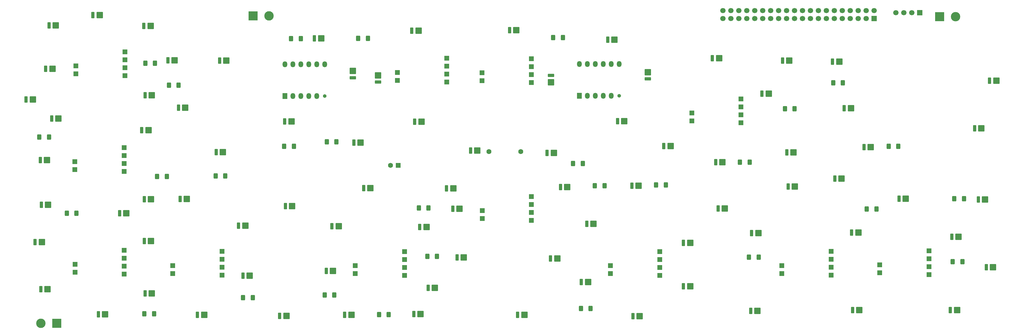
<source format=gbr>
%TF.GenerationSoftware,KiCad,Pcbnew,9.0.2*%
%TF.CreationDate,2025-07-13T15:23:57+02:00*%
%TF.ProjectId,elec,656c6563-2e6b-4696-9361-645f70636258,rev?*%
%TF.SameCoordinates,Original*%
%TF.FileFunction,Soldermask,Top*%
%TF.FilePolarity,Negative*%
%FSLAX46Y46*%
G04 Gerber Fmt 4.6, Leading zero omitted, Abs format (unit mm)*
G04 Created by KiCad (PCBNEW 9.0.2) date 2025-07-13 15:23:57*
%MOMM*%
%LPD*%
G01*
G04 APERTURE LIST*
G04 Aperture macros list*
%AMRoundRect*
0 Rectangle with rounded corners*
0 $1 Rounding radius*
0 $2 $3 $4 $5 $6 $7 $8 $9 X,Y pos of 4 corners*
0 Add a 4 corners polygon primitive as box body*
4,1,4,$2,$3,$4,$5,$6,$7,$8,$9,$2,$3,0*
0 Add four circle primitives for the rounded corners*
1,1,$1+$1,$2,$3*
1,1,$1+$1,$4,$5*
1,1,$1+$1,$6,$7*
1,1,$1+$1,$8,$9*
0 Add four rect primitives between the rounded corners*
20,1,$1+$1,$2,$3,$4,$5,0*
20,1,$1+$1,$4,$5,$6,$7,0*
20,1,$1+$1,$6,$7,$8,$9,0*
20,1,$1+$1,$8,$9,$2,$3,0*%
G04 Aperture macros list end*
%ADD10RoundRect,0.250000X-0.400000X-0.625000X0.400000X-0.625000X0.400000X0.625000X-0.400000X0.625000X0*%
%ADD11RoundRect,0.165000X0.885000X-0.385000X0.885000X0.385000X-0.885000X0.385000X-0.885000X-0.385000X0*%
%ADD12RoundRect,0.315000X0.735000X-0.735000X0.735000X0.735000X-0.735000X0.735000X-0.735000X-0.735000X0*%
%ADD13R,1.500000X1.500000*%
%ADD14RoundRect,0.165000X-0.385000X-0.885000X0.385000X-0.885000X0.385000X0.885000X-0.385000X0.885000X0*%
%ADD15RoundRect,0.315000X-0.735000X-0.735000X0.735000X-0.735000X0.735000X0.735000X-0.735000X0.735000X0*%
%ADD16R,1.501140X1.930400*%
%ADD17O,1.501140X1.930400*%
%ADD18O,1.168400X1.168400*%
%ADD19RoundRect,0.165000X-0.885000X0.385000X-0.885000X-0.385000X0.885000X-0.385000X0.885000X0.385000X0*%
%ADD20RoundRect,0.315000X-0.735000X0.735000X-0.735000X-0.735000X0.735000X-0.735000X0.735000X0.735000X0*%
%ADD21R,3.000000X3.000000*%
%ADD22C,3.000000*%
%ADD23R,1.700000X1.700000*%
%ADD24C,1.700000*%
%ADD25C,1.600000*%
%ADD26RoundRect,0.250000X0.550000X0.550000X-0.550000X0.550000X-0.550000X-0.550000X0.550000X-0.550000X0*%
G04 APERTURE END LIST*
D10*
%TO.C,R29*%
X354075000Y-157550000D03*
X357175000Y-157550000D03*
%TD*%
D11*
%TO.C,D45*%
X170125000Y-120240000D03*
D12*
X170125000Y-118090000D03*
%TD*%
D13*
%TO.C,KR8*%
X286000000Y-125650000D03*
X286000000Y-128190000D03*
X286000000Y-130730000D03*
X286000000Y-133270000D03*
X270300000Y-130150000D03*
X270300000Y-132690000D03*
%TD*%
D11*
%TO.C,D58*%
X256250000Y-119225000D03*
D12*
X256250000Y-117075000D03*
%TD*%
D10*
%TO.C,R15*%
X183150000Y-160500000D03*
X186250000Y-160500000D03*
%TD*%
D13*
%TO.C,KR3*%
X89150000Y-174100000D03*
X89150000Y-176640000D03*
X89150000Y-179180000D03*
X89150000Y-181720000D03*
X73450000Y-178600000D03*
X73450000Y-181140000D03*
%TD*%
D14*
%TO.C,D16*%
X95535000Y-157750000D03*
D15*
X97685000Y-157750000D03*
%TD*%
D14*
%TO.C,D56*%
X251485000Y-195150000D03*
D15*
X253635000Y-195150000D03*
%TD*%
D10*
%TO.C,R14*%
X185875000Y-176025000D03*
X188975000Y-176025000D03*
%TD*%
D13*
%TO.C,KR11*%
X192050000Y-112650000D03*
X192050000Y-115190000D03*
X192050000Y-117730000D03*
X192050000Y-120270000D03*
X176350000Y-117150000D03*
X176350000Y-119690000D03*
%TD*%
%TO.C,KR7*%
X260050000Y-174500000D03*
X260050000Y-177040000D03*
X260050000Y-179580000D03*
X260050000Y-182120000D03*
X244350000Y-179000000D03*
X244350000Y-181540000D03*
%TD*%
D14*
%TO.C,D57*%
X251175000Y-153450000D03*
D15*
X253325000Y-153450000D03*
%TD*%
D10*
%TO.C,R9*%
X127050000Y-189200000D03*
X130150000Y-189200000D03*
%TD*%
%TO.C,R5*%
X95600000Y-194425000D03*
X98700000Y-194425000D03*
%TD*%
D14*
%TO.C,D28*%
X140360000Y-132850000D03*
D15*
X142510000Y-132850000D03*
%TD*%
D14*
%TO.C,D27*%
X140610000Y-159925000D03*
D15*
X142760000Y-159925000D03*
%TD*%
D14*
%TO.C,D53*%
X228400000Y-153850000D03*
D15*
X230550000Y-153850000D03*
%TD*%
D14*
%TO.C,D55*%
X235050000Y-184275000D03*
D15*
X237200000Y-184275000D03*
%TD*%
D14*
%TO.C,D82*%
X360575000Y-135025000D03*
D15*
X362725000Y-135025000D03*
%TD*%
D10*
%TO.C,R13*%
X170475000Y-194675000D03*
X173575000Y-194675000D03*
%TD*%
%TO.C,R23*%
X239350000Y-153450000D03*
X242450000Y-153450000D03*
%TD*%
D14*
%TO.C,D67*%
X301050000Y-153675000D03*
D15*
X303200000Y-153675000D03*
%TD*%
D14*
%TO.C,D32*%
X165575000Y-154200000D03*
D15*
X167725000Y-154200000D03*
%TD*%
D14*
%TO.C,D50*%
X199660000Y-142125000D03*
D15*
X201810000Y-142125000D03*
%TD*%
D14*
%TO.C,D24*%
X125660000Y-166200000D03*
D15*
X127810000Y-166200000D03*
%TD*%
D14*
%TO.C,D13*%
X95810000Y-187875000D03*
D15*
X97960000Y-187875000D03*
%TD*%
D10*
%TO.C,R20*%
X234900000Y-192725000D03*
X238000000Y-192725000D03*
%TD*%
D13*
%TO.C,KR1*%
X89400000Y-110600000D03*
X89400000Y-113140000D03*
X89400000Y-115680000D03*
X89400000Y-118220000D03*
X73700000Y-115100000D03*
X73700000Y-117640000D03*
%TD*%
D10*
%TO.C,R27*%
X326150000Y-160850000D03*
X329250000Y-160850000D03*
%TD*%
D14*
%TO.C,D49*%
X243450000Y-106700000D03*
D15*
X245600000Y-106700000D03*
%TD*%
D14*
%TO.C,D47*%
X212150000Y-103600000D03*
D15*
X214300000Y-103600000D03*
%TD*%
D14*
%TO.C,D21*%
X106460000Y-128425000D03*
D15*
X108610000Y-128425000D03*
%TD*%
D14*
%TO.C,D36*%
X181560000Y-194500000D03*
D15*
X183710000Y-194500000D03*
%TD*%
D14*
%TO.C,D76*%
X321625000Y-193200000D03*
D15*
X323775000Y-193200000D03*
%TD*%
D10*
%TO.C,R12*%
X153125000Y-188425000D03*
X156225000Y-188425000D03*
%TD*%
%TO.C,R4*%
X70825000Y-162200000D03*
X73925000Y-162200000D03*
%TD*%
D14*
%TO.C,D78*%
X353250000Y-169775000D03*
D15*
X355400000Y-169775000D03*
%TD*%
D10*
%TO.C,R30*%
X333125000Y-140775000D03*
X336225000Y-140775000D03*
%TD*%
%TO.C,R16*%
X153775000Y-139375000D03*
X156875000Y-139375000D03*
%TD*%
D14*
%TO.C,D17*%
X94735000Y-135675000D03*
D15*
X96885000Y-135675000D03*
%TD*%
D14*
%TO.C,D20*%
X119585000Y-113400000D03*
D15*
X121735000Y-113400000D03*
%TD*%
D14*
%TO.C,D46*%
X180925000Y-103800000D03*
D15*
X183075000Y-103800000D03*
%TD*%
D13*
%TO.C,KR9*%
X314750000Y-174450000D03*
X314750000Y-176990000D03*
X314750000Y-179530000D03*
X314750000Y-182070000D03*
X299050000Y-178950000D03*
X299050000Y-181490000D03*
%TD*%
D10*
%TO.C,R7*%
X103425000Y-121250000D03*
X106525000Y-121250000D03*
%TD*%
D14*
%TO.C,D54*%
X225200000Y-176675000D03*
D15*
X227350000Y-176675000D03*
%TD*%
D14*
%TO.C,D34*%
X153635000Y-180675000D03*
D15*
X155785000Y-180675000D03*
%TD*%
D14*
%TO.C,D70*%
X276875000Y-112650000D03*
D15*
X279025000Y-112650000D03*
%TD*%
D14*
%TO.C,D7*%
X65985000Y-131900000D03*
D15*
X68135000Y-131900000D03*
%TD*%
D14*
%TO.C,D75*%
X321325000Y-168425000D03*
D15*
X323475000Y-168425000D03*
%TD*%
D10*
%TO.C,R24*%
X288525000Y-176275000D03*
X291625000Y-176275000D03*
%TD*%
D14*
%TO.C,D19*%
X103085000Y-113300000D03*
D15*
X105235000Y-113300000D03*
%TD*%
D14*
%TO.C,D66*%
X289400000Y-168575000D03*
D15*
X291550000Y-168575000D03*
%TD*%
D14*
%TO.C,D68*%
X300600000Y-142775000D03*
D15*
X302750000Y-142775000D03*
%TD*%
D14*
%TO.C,D41*%
X183475000Y-166650000D03*
D15*
X185625000Y-166650000D03*
%TD*%
D14*
%TO.C,D33*%
X155435000Y-166350000D03*
D15*
X157585000Y-166350000D03*
%TD*%
D14*
%TO.C,D59*%
X261350000Y-140700000D03*
D15*
X263500000Y-140700000D03*
%TD*%
D14*
%TO.C,D25*%
X127025000Y-182225000D03*
D15*
X129175000Y-182225000D03*
%TD*%
D13*
%TO.C,KR10*%
X346000000Y-174250000D03*
X346000000Y-176790000D03*
X346000000Y-179330000D03*
X346000000Y-181870000D03*
X330300000Y-178750000D03*
X330300000Y-181290000D03*
%TD*%
D14*
%TO.C,D71*%
X299250000Y-113400000D03*
D15*
X301400000Y-113400000D03*
%TD*%
D14*
%TO.C,D73*%
X318950000Y-128600000D03*
D15*
X321100000Y-128600000D03*
%TD*%
D14*
%TO.C,D63*%
X236750000Y-165600000D03*
D15*
X238900000Y-165600000D03*
%TD*%
D14*
%TO.C,D5*%
X64085000Y-115975000D03*
D15*
X66235000Y-115975000D03*
%TD*%
D14*
%TO.C,D84*%
X325225000Y-141075000D03*
D15*
X327375000Y-141075000D03*
%TD*%
D14*
%TO.C,D9*%
X62710000Y-159550000D03*
D15*
X64860000Y-159550000D03*
%TD*%
D16*
%TO.C,S1*%
X140421400Y-124705000D03*
D17*
X142961400Y-124705000D03*
X145501400Y-124705000D03*
X148041400Y-124705000D03*
X150581400Y-124705000D03*
D18*
X153121400Y-124705000D03*
D17*
X153121400Y-114545000D03*
X150581400Y-114545000D03*
X148041400Y-114545000D03*
X145501400Y-114545000D03*
X142961400Y-114545000D03*
X140423940Y-114545000D03*
%TD*%
D14*
%TO.C,D80*%
X364300000Y-179475000D03*
D15*
X366450000Y-179475000D03*
%TD*%
D14*
%TO.C,D3*%
X79175000Y-98800000D03*
D15*
X81325000Y-98800000D03*
%TD*%
D14*
%TO.C,D43*%
X192025000Y-154300000D03*
D15*
X194175000Y-154300000D03*
%TD*%
D19*
%TO.C,D48*%
X225375000Y-118150000D03*
D20*
X225375000Y-120300000D03*
%TD*%
D10*
%TO.C,R11*%
X142425000Y-106375000D03*
X145525000Y-106375000D03*
%TD*%
D14*
%TO.C,D64*%
X267625000Y-185600000D03*
D15*
X269775000Y-185600000D03*
%TD*%
D14*
%TO.C,D8*%
X62350000Y-145225000D03*
D15*
X64500000Y-145225000D03*
%TD*%
D14*
%TO.C,D23*%
X106960000Y-157650000D03*
D15*
X109110000Y-157650000D03*
%TD*%
D10*
%TO.C,R21*%
X258900000Y-153200000D03*
X262000000Y-153200000D03*
%TD*%
D14*
%TO.C,D6*%
X57835000Y-125825000D03*
D15*
X59985000Y-125825000D03*
%TD*%
D14*
%TO.C,D15*%
X87660000Y-162225000D03*
D15*
X89810000Y-162225000D03*
%TD*%
D14*
%TO.C,D83*%
X365325000Y-119800000D03*
D15*
X367475000Y-119800000D03*
%TD*%
D13*
%TO.C,KR5*%
X178600000Y-174510000D03*
X178600000Y-177050000D03*
X178600000Y-179590000D03*
X178600000Y-182130000D03*
X162900000Y-179010000D03*
X162900000Y-181550000D03*
%TD*%
D14*
%TO.C,D62*%
X267625000Y-171725000D03*
D15*
X269775000Y-171725000D03*
%TD*%
D14*
%TO.C,D40*%
X195350000Y-176375000D03*
D15*
X197500000Y-176375000D03*
%TD*%
D14*
%TO.C,D10*%
X60700000Y-171475000D03*
D15*
X62850000Y-171475000D03*
%TD*%
D11*
%TO.C,D30*%
X162150000Y-118840000D03*
D12*
X162150000Y-116690000D03*
%TD*%
D14*
%TO.C,D44*%
X181875000Y-132925000D03*
D15*
X184025000Y-132925000D03*
%TD*%
D14*
%TO.C,D42*%
X194000000Y-160775000D03*
D15*
X196150000Y-160775000D03*
%TD*%
D14*
%TO.C,D39*%
X214725000Y-194775000D03*
D15*
X216875000Y-194775000D03*
%TD*%
D10*
%TO.C,R26*%
X315425000Y-120450000D03*
X318525000Y-120450000D03*
%TD*%
D13*
%TO.C,KR12*%
X219050000Y-112750000D03*
X219050000Y-115290000D03*
X219050000Y-117830000D03*
X219050000Y-120370000D03*
X203350000Y-117250000D03*
X203350000Y-119790000D03*
%TD*%
D14*
%TO.C,D18*%
X95810000Y-124450000D03*
D15*
X97960000Y-124450000D03*
%TD*%
D14*
%TO.C,D38*%
X186150000Y-186125000D03*
D15*
X188300000Y-186125000D03*
%TD*%
D10*
%TO.C,R22*%
X285650000Y-145900000D03*
X288750000Y-145900000D03*
%TD*%
%TO.C,R6*%
X99650000Y-150450000D03*
X102750000Y-150450000D03*
%TD*%
D14*
%TO.C,D4*%
X95435000Y-102250000D03*
D15*
X97585000Y-102250000D03*
%TD*%
D14*
%TO.C,D12*%
X80900000Y-194550000D03*
D15*
X83050000Y-194550000D03*
%TD*%
D13*
%TO.C,KR2*%
X89100000Y-141250000D03*
X89100000Y-143790000D03*
X89100000Y-146330000D03*
X89100000Y-148870000D03*
X73400000Y-145750000D03*
X73400000Y-148290000D03*
%TD*%
D10*
%TO.C,R25*%
X300000000Y-128800000D03*
X303100000Y-128800000D03*
%TD*%
D14*
%TO.C,D72*%
X315225000Y-113700000D03*
D15*
X317375000Y-113700000D03*
%TD*%
D14*
%TO.C,D60*%
X277925000Y-145900000D03*
D15*
X280075000Y-145900000D03*
%TD*%
D14*
%TO.C,D79*%
X336400000Y-157550000D03*
D15*
X338550000Y-157550000D03*
%TD*%
D10*
%TO.C,R19*%
X232425000Y-146275000D03*
X235525000Y-146275000D03*
%TD*%
%TO.C,R8*%
X118300000Y-150325000D03*
X121400000Y-150325000D03*
%TD*%
D14*
%TO.C,D74*%
X315950000Y-151125000D03*
D15*
X318100000Y-151125000D03*
%TD*%
D14*
%TO.C,D29*%
X162450000Y-139625000D03*
D15*
X164600000Y-139625000D03*
%TD*%
D14*
%TO.C,D69*%
X292700000Y-123975000D03*
D15*
X294850000Y-123975000D03*
%TD*%
D14*
%TO.C,D14*%
X95535000Y-171075000D03*
D15*
X97685000Y-171075000D03*
%TD*%
D10*
%TO.C,R17*%
X163825000Y-106250000D03*
X166925000Y-106250000D03*
%TD*%
D14*
%TO.C,D35*%
X159525000Y-194775000D03*
D15*
X161675000Y-194775000D03*
%TD*%
D10*
%TO.C,R28*%
X353550000Y-177725000D03*
X356650000Y-177725000D03*
%TD*%
D14*
%TO.C,D22*%
X118485000Y-142625000D03*
D15*
X120635000Y-142625000D03*
%TD*%
D14*
%TO.C,D52*%
X246600000Y-132750000D03*
D15*
X248750000Y-132750000D03*
%TD*%
D14*
%TO.C,D65*%
X289100000Y-193500000D03*
D15*
X291250000Y-193500000D03*
%TD*%
D14*
%TO.C,D31*%
X149860000Y-106275000D03*
D15*
X152010000Y-106275000D03*
%TD*%
D14*
%TO.C,D77*%
X352800000Y-193200000D03*
D15*
X354950000Y-193200000D03*
%TD*%
D14*
%TO.C,D61*%
X278675000Y-160675000D03*
D15*
X280825000Y-160675000D03*
%TD*%
D14*
%TO.C,D2*%
X65150000Y-102075000D03*
D15*
X67300000Y-102075000D03*
%TD*%
D14*
%TO.C,D37*%
X138775000Y-195075000D03*
D15*
X140925000Y-195075000D03*
%TD*%
D14*
%TO.C,D51*%
X224125000Y-142900000D03*
D15*
X226275000Y-142900000D03*
%TD*%
D14*
%TO.C,D11*%
X62510000Y-186500000D03*
D15*
X64660000Y-186500000D03*
%TD*%
D16*
%TO.C,S2*%
X234415200Y-124669300D03*
D17*
X236955200Y-124669300D03*
X239495200Y-124669300D03*
X242035200Y-124669300D03*
X244575200Y-124669300D03*
D18*
X247115200Y-124669300D03*
D17*
X247115200Y-114509300D03*
X244575200Y-114509300D03*
X242035200Y-114509300D03*
X239495200Y-114509300D03*
X236955200Y-114509300D03*
X234417740Y-114509300D03*
%TD*%
D13*
%TO.C,KR4*%
X120350000Y-174450000D03*
X120350000Y-176990000D03*
X120350000Y-179530000D03*
X120350000Y-182070000D03*
X104650000Y-178950000D03*
X104650000Y-181490000D03*
%TD*%
D10*
%TO.C,R2*%
X95875000Y-114200000D03*
X98975000Y-114200000D03*
%TD*%
D14*
%TO.C,D26*%
X112535000Y-194750000D03*
D15*
X114685000Y-194750000D03*
%TD*%
D13*
%TO.C,KR6*%
X219100000Y-156900000D03*
X219100000Y-159440000D03*
X219100000Y-161980000D03*
X219100000Y-164520000D03*
X203400000Y-161400000D03*
X203400000Y-163940000D03*
%TD*%
D10*
%TO.C,R3*%
X62075000Y-137800000D03*
X65175000Y-137800000D03*
%TD*%
%TO.C,R10*%
X140200000Y-140800000D03*
X143300000Y-140800000D03*
%TD*%
%TO.C,R18*%
X226050000Y-105975000D03*
X229150000Y-105975000D03*
%TD*%
D14*
%TO.C,D81*%
X361750000Y-157850000D03*
D15*
X363900000Y-157850000D03*
%TD*%
D21*
%TO.C,P1*%
X349400000Y-99300000D03*
D22*
X354480000Y-99300000D03*
%TD*%
D23*
%TO.C,J2*%
X328490000Y-99950000D03*
D24*
X328490000Y-97410000D03*
X325950000Y-99950000D03*
X325950000Y-97410000D03*
X323410000Y-99950000D03*
X323410000Y-97410000D03*
X320870000Y-99950000D03*
X320870000Y-97410000D03*
X318330000Y-99950000D03*
X318330000Y-97410000D03*
X315790000Y-99950000D03*
X315790000Y-97410000D03*
X313250000Y-99950000D03*
X313250000Y-97410000D03*
X310710000Y-99950000D03*
X310710000Y-97410000D03*
X308170000Y-99950000D03*
X308170000Y-97410000D03*
X305630000Y-99950000D03*
X305630000Y-97410000D03*
X303090000Y-99950000D03*
X303090000Y-97410000D03*
X300550000Y-99950000D03*
X300550000Y-97410000D03*
X298010000Y-99950000D03*
X298010000Y-97410000D03*
X295470000Y-99950000D03*
X295470000Y-97410000D03*
X292930000Y-99950000D03*
X292930000Y-97410000D03*
X290390000Y-99950000D03*
X290390000Y-97410000D03*
X287850000Y-99950000D03*
X287850000Y-97410000D03*
X285310000Y-99950000D03*
X285310000Y-97410000D03*
X282770000Y-99950000D03*
X282770000Y-97410000D03*
X280230000Y-99950000D03*
X280230000Y-97410000D03*
%TD*%
D23*
%TO.C,P2*%
X343040000Y-98050000D03*
D24*
X340500000Y-98050000D03*
X337960000Y-98050000D03*
X335420000Y-98050000D03*
%TD*%
D25*
%TO.C,R1*%
X215730000Y-142500000D03*
X205570000Y-142500000D03*
%TD*%
D26*
%TO.C,C1*%
X176600000Y-146900000D03*
D25*
X174100000Y-146900000D03*
%TD*%
D21*
%TO.C,J1*%
X130275000Y-99075000D03*
D22*
X135355000Y-99075000D03*
%TD*%
D21*
%TO.C,J3*%
X67590000Y-197450000D03*
D22*
X62510000Y-197450000D03*
%TD*%
M02*

</source>
